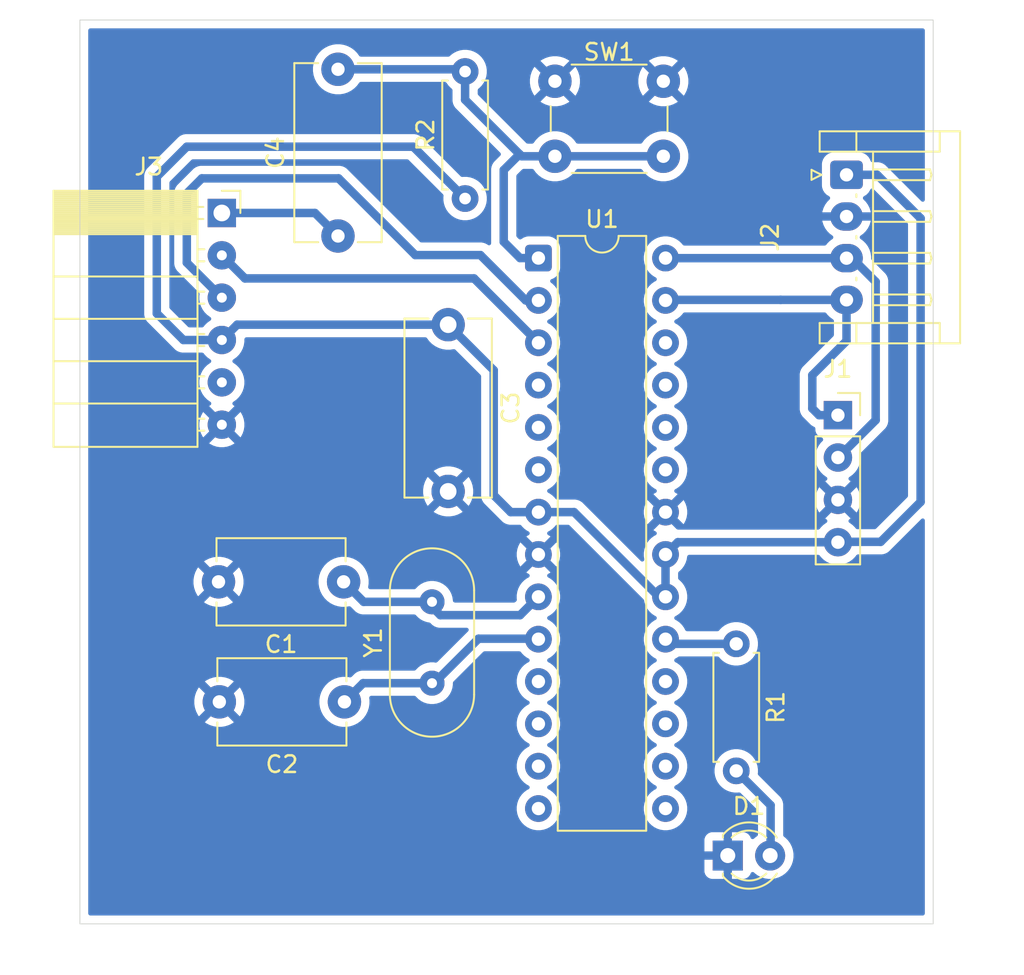
<source format=kicad_pcb>
(kicad_pcb (version 20241229) (generator "pcbnew") (generator_version "9.0")
  (layers (0 "F.Cu" signal) (2 "B.Cu" signal) (13 "F.Paste" user) (15 "B.Paste" user) (5 "F.SilkS" user "F.Silkscreen") (7 "B.SilkS" user "B.Silkscreen") (1 "F.Mask" user) (3 "B.Mask" user) (25 "Edge.Cuts" user))
  (net 0 "")
  (net 1 "XTAL1")
  (net 2 "XTAL2")
  (net 3 "V-")
  (net 4 "V+")
  (net 5 "Net-(J3-Pin_1)")
  (net 6 "RST")
  (net 7 "Net-(D1-A)")
  (net 8 "SCL")
  (net 9 "SDA")
  (net 11 "Rx")
  (net 12 "Tx")
  (net 13 "Lbuilt")
  (footprint "LED_THT:LED_D3.0mm" (layer "F.Cu") (at 141.732 109.22)
    (property "Reference" "D1" (at 1.27 -2.96 0) (layer "F.SilkS"))
    (property "Value" "LED")
    (fp_line (start -0.29 -1.236) (end -0.29 -1.08) (stroke (width 0.12)) (layer "F.SilkS"))
    (fp_line (start -0.29 1.08) (end -0.29 1.236) (stroke (width 0.12)) (layer "F.SilkS"))
    (fp_arc (start -0.29 -1.235516) (mid 1.365624 -1.987701) (end 2.941397 -1.080061) (stroke (width 0.12)) (layer "F.SilkS"))
    (fp_arc (start 0.229039 -1.08) (mid 1.269964 -1.5) (end 2.31091 -1.080049) (stroke (width 0.12)) (layer "F.SilkS"))
    (fp_arc (start 2.31091 1.080049) (mid 1.269964 1.5) (end 0.229039 1.08) (stroke (width 0.12)) (layer "F.SilkS"))
    (fp_arc (start 2.941397 1.080061) (mid 1.365624 1.987701) (end -0.29 1.235516) (stroke (width 0.12)) (layer "F.SilkS"))
    (pad "1" thru_hole rect (at 0 0) (size 1.8 1.8) (drill 0.9) (layers "*.Cu" "*.Mask") (net 3 "V-"))
    (pad "2" thru_hole circle (at 2.54 0) (size 1.8 1.8) (drill 0.9) (layers "*.Cu" "*.Mask") (net 7 "Net-(D1-A)"))
  )
  (footprint "Connector_JST:JST_EH_S4B-EH_1x04_P2.50mm_Horizontal" (layer "F.Cu") (at 148.8515 68.386 -90)
    (property "Reference" "J2" (at 3.75 4.5795 90) (layer "F.SilkS"))
    (property "Value" "I2C_connector")
    (fp_line (start -0.3 2.1) (end 0.3 2.1) (stroke (width 0.12)) (layer "F.SilkS"))
    (fp_line (start 0.3 2.1) (end 0 1.5) (stroke (width 0.12)) (layer "F.SilkS"))
    (fp_line (start -2.61 1.61) (end -2.61 -6.81) (stroke (width 0.12)) (layer "F.SilkS"))
    (fp_line (start -1.39 1.61) (end -2.61 1.61) (stroke (width 0.12)) (layer "F.SilkS"))
    (fp_line (start 8.89 1.61) (end 8.89 -0.59) (stroke (width 0.12)) (layer "F.SilkS"))
    (fp_line (start 10.11 1.61) (end 8.89 1.61) (stroke (width 0.12)) (layer "F.SilkS"))
    (fp_line (start 0 1.5) (end -0.3 2.1) (stroke (width 0.12)) (layer "F.SilkS"))
    (fp_line (start -1.39 -0.59) (end -1.39 1.61) (stroke (width 0.12)) (layer "F.SilkS"))
    (fp_line (start -1.39 -0.59) (end -2.61 -0.59) (stroke (width 0.12)) (layer "F.SilkS"))
    (fp_line (start 1.17 -0.59) (end 1.33 -0.59) (stroke (width 0.12)) (layer "F.SilkS"))
    (fp_line (start 3.67 -0.59) (end 3.83 -0.59) (stroke (width 0.12)) (layer "F.SilkS"))
    (fp_line (start 6.17 -0.59) (end 6.33 -0.59) (stroke (width 0.12)) (layer "F.SilkS"))
    (fp_line (start 8.89 -0.59) (end 10.11 -0.59) (stroke (width 0.12)) (layer "F.SilkS"))
    (fp_line (start -1.39 -1.59) (end 8.89 -1.59) (stroke (width 0.12)) (layer "F.SilkS"))
    (fp_line (start -0.32 -1.59) (end -0.32 -5.01) (stroke (width 0.12)) (layer "F.SilkS"))
    (fp_line (start 0 -1.59) (end -0.32 -1.59) (stroke (width 0.12)) (layer "F.SilkS"))
    (fp_line (start 0.32 -1.59) (end 0 -1.59) (stroke (width 0.12)) (layer "F.SilkS"))
    (fp_line (start 2.18 -1.59) (end 2.18 -5.01) (stroke (width 0.12)) (layer "F.SilkS"))
    (fp_line (start 2.5 -1.59) (end 2.18 -1.59) (stroke (width 0.12)) (layer "F.SilkS"))
    (fp_line (start 2.82 -1.59) (end 2.5 -1.59) (stroke (width 0.12)) (layer "F.SilkS"))
    (fp_line (start 4.68 -1.59) (end 4.68 -5.01) (stroke (width 0.12)) (layer "F.SilkS"))
    (fp_line (start 5 -1.59) (end 4.68 -1.59) (stroke (width 0.12)) (layer "F.SilkS"))
    (fp_line (start 5.32 -1.59) (end 5 -1.59) (stroke (width 0.12)) (layer "F.SilkS"))
    (fp_line (start 7.18 -1.59) (end 7.18 -5.01) (stroke (width 0.12)) (layer "F.SilkS"))
    (fp_line (start 7.5 -1.59) (end 7.18 -1.59) (stroke (width 0.12)) (layer "F.SilkS"))
    (fp_line (start 7.82 -1.59) (end 7.5 -1.59) (stroke (width 0.12)) (layer "F.SilkS"))
    (fp_line (start -0.32 -5.01) (end 0 -5.09) (stroke (width 0.12)) (layer "F.SilkS"))
    (fp_line (start 0.32 -5.01) (end 0.32 -1.59) (stroke (width 0.12)) (layer "F.SilkS"))
    (fp_line (start 2.18 -5.01) (end 2.5 -5.09) (stroke (width 0.12)) (layer "F.SilkS"))
    (fp_line (start 2.82 -5.01) (end 2.82 -1.59) (stroke (width 0.12)) (layer "F.SilkS"))
    (fp_line (start 4.68 -5.01) (end 5 -5.09) (stroke (width 0.12)) (layer "F.SilkS"))
    (fp_line (start 5.32 -5.01) (end 5.32 -1.59) (stroke (width 0.12)) (layer "F.SilkS"))
    (fp_line (start 7.18 -5.01) (end 7.5 -5.09) (stroke (width 0.12)) (layer "F.SilkS"))
    (fp_line (start 7.82 -5.01) (end 7.82 -1.59) (stroke (width 0.12)) (layer "F.SilkS"))
    (fp_line (start 0 -5.09) (end 0.32 -5.01) (stroke (width 0.12)) (layer "F.SilkS"))
    (fp_line (start 2.5 -5.09) (end 2.82 -5.01) (stroke (width 0.12)) (layer "F.SilkS"))
    (fp_line (start 5 -5.09) (end 5.32 -5.01) (stroke (width 0.12)) (layer "F.SilkS"))
    (fp_line (start 7.5 -5.09) (end 7.82 -5.01) (stroke (width 0.12)) (layer "F.SilkS"))
    (fp_line (start -2.61 -5.59) (end -1.39 -5.59) (stroke (width 0.12)) (layer "F.SilkS"))
    (fp_line (start -1.39 -5.59) (end -1.39 -0.59) (stroke (width 0.12)) (layer "F.SilkS"))
    (fp_line (start 8.89 -5.59) (end 8.89 -0.59) (stroke (width 0.12)) (layer "F.SilkS"))
    (fp_line (start 10.11 -5.59) (end 8.89 -5.59) (stroke (width 0.12)) (layer "F.SilkS"))
    (fp_line (start -2.61 -6.81) (end 10.11 -6.81) (stroke (width 0.12)) (layer "F.SilkS"))
    (fp_line (start 10.11 -6.81) (end 10.11 1.61) (stroke (width 0.12)) (layer "F.SilkS"))
    (pad "1" thru_hole roundrect (at 0 0 270) (size 1.7 1.95) (drill 0.8) (layers "*.Cu" "*.Mask") (roundrect_rratio 0.147059) (net 4 "V+"))
    (pad "2" thru_hole oval (at 2.5 0 270) (size 1.7 1.95) (drill 0.8) (layers "*.Cu" "*.Mask") (net 3 "V-"))
    (pad "3" thru_hole oval (at 5 0 270) (size 1.7 1.95) (drill 0.8) (layers "*.Cu" "*.Mask") (net 8 "SCL"))
    (pad "4" thru_hole oval (at 7.5 0 270) (size 1.7 1.95) (drill 0.8) (layers "*.Cu" "*.Mask") (net 9 "SDA"))
  )
  (footprint "Capacitor_THT:C_Disc_D10.5mm_W5.0mm_P10.00mm" (layer "F.Cu") (at 118.364 72.056 90)
    (property "Reference" "C4" (at 5 -3.75 90) (layer "F.SilkS"))
    (property "Value" "100nF")
    (fp_line (start 10.37 -2.62) (end 10.37 -1.184) (stroke (width 0.12)) (layer "F.SilkS"))
    (fp_line (start -0.37 -2.62) (end 10.37 -2.62) (stroke (width 0.12)) (layer "F.SilkS"))
    (fp_line (start -0.37 -2.62) (end -0.37 -1.184) (stroke (width 0.12)) (layer "F.SilkS"))
    (fp_line (start 10.37 1.184) (end 10.37 2.62) (stroke (width 0.12)) (layer "F.SilkS"))
    (fp_line (start -0.37 1.184) (end -0.37 2.62) (stroke (width 0.12)) (layer "F.SilkS"))
    (fp_line (start -0.37 2.62) (end 10.37 2.62) (stroke (width 0.12)) (layer "F.SilkS"))
    (pad "1" thru_hole circle (at 0 0 90) (size 2 2) (drill 0.8) (layers "*.Cu" "*.Mask") (net 5 "Net-(J3-Pin_1)"))
    (pad "2" thru_hole circle (at 10 0 90) (size 2 2) (drill 0.8) (layers "*.Cu" "*.Mask") (net 6 "RST"))
  )
  (footprint "Connector_PinSocket_2.54mm:PinSocket_1x04_P2.54mm_Vertical" (layer "F.Cu") (at 148.336 82.804)
    (property "Reference" "J1" (at 0 -2.77 0) (layer "F.SilkS"))
    (property "Value" "MPU_connector")
    (fp_line (start -1.33 1.27) (end -1.33 8.95) (stroke (width 0.12)) (layer "F.SilkS"))
    (fp_line (start -1.33 1.27) (end 1.33 1.27) (stroke (width 0.12)) (layer "F.SilkS"))
    (fp_line (start -1.33 8.95) (end 1.33 8.95) (stroke (width 0.12)) (layer "F.SilkS"))
    (fp_line (start 0 -1.33) (end 1.33 -1.33) (stroke (width 0.12)) (layer "F.SilkS"))
    (fp_line (start 1.33 -1.33) (end 1.33 0) (stroke (width 0.12)) (layer "F.SilkS"))
    (fp_line (start 1.33 1.27) (end 1.33 8.95) (stroke (width 0.12)) (layer "F.SilkS"))
    (pad "1" thru_hole rect (at 0 0) (size 1.7 1.7) (drill 0.8) (layers "*.Cu" "*.Mask") (net 9 "SDA"))
    (pad "2" thru_hole circle (at 0 2.54) (size 1.7 1.7) (drill 0.8) (layers "*.Cu" "*.Mask") (net 8 "SCL"))
    (pad "3" thru_hole circle (at 0 5.08) (size 1.7 1.7) (drill 0.8) (layers "*.Cu" "*.Mask") (net 3 "V-"))
    (pad "4" thru_hole circle (at 0 7.62) (size 1.7 1.7) (drill 0.8) (layers "*.Cu" "*.Mask") (net 4 "V+"))
  )
  (footprint "Capacitor_THT:C_Disc_D7.5mm_W5.0mm_P7.50mm" (layer "F.Cu") (at 118.75 100 180)
    (property "Reference" "C2" (at 3.75 -3.75 0) (layer "F.SilkS"))
    (property "Value" "22pF")
    (fp_line (start 7.62 1.234) (end 7.62 2.62) (stroke (width 0.12)) (layer "F.SilkS"))
    (fp_line (start 7.62 -2.62) (end 7.62 -1.234) (stroke (width 0.12)) (layer "F.SilkS"))
    (fp_line (start -0.12 2.62) (end 7.62 2.62) (stroke (width 0.12)) (layer "F.SilkS"))
    (fp_line (start -0.12 1.234) (end -0.12 2.62) (stroke (width 0.12)) (layer "F.SilkS"))
    (fp_line (start -0.12 -2.62) (end 7.62 -2.62) (stroke (width 0.12)) (layer "F.SilkS"))
    (fp_line (start -0.12 -2.62) (end -0.12 -1.234) (stroke (width 0.12)) (layer "F.SilkS"))
    (pad "1" thru_hole circle (at 0 0 180) (size 2 2) (drill 0.8) (layers "*.Cu" "*.Mask") (net 2 "XTAL2"))
    (pad "2" thru_hole circle (at 7.5 0 180) (size 2 2) (drill 0.8) (layers "*.Cu" "*.Mask") (net 3 "V-"))
  )
  (footprint "Capacitor_THT:C_Disc_D7.5mm_W5.0mm_P7.50mm" (layer "F.Cu") (at 118.7 92.8 180)
    (property "Reference" "C1" (at 3.75 -3.75 0) (layer "F.SilkS"))
    (property "Value" "22pF")
    (fp_line (start 7.62 1.234) (end 7.62 2.62) (stroke (width 0.12)) (layer "F.SilkS"))
    (fp_line (start 7.62 -2.62) (end 7.62 -1.234) (stroke (width 0.12)) (layer "F.SilkS"))
    (fp_line (start -0.12 2.62) (end 7.62 2.62) (stroke (width 0.12)) (layer "F.SilkS"))
    (fp_line (start -0.12 1.234) (end -0.12 2.62) (stroke (width 0.12)) (layer "F.SilkS"))
    (fp_line (start -0.12 -2.62) (end 7.62 -2.62) (stroke (width 0.12)) (layer "F.SilkS"))
    (fp_line (start -0.12 -2.62) (end -0.12 -1.234) (stroke (width 0.12)) (layer "F.SilkS"))
    (pad "1" thru_hole circle (at 0 0 180) (size 2 2) (drill 0.8) (layers "*.Cu" "*.Mask") (net 1 "XTAL1"))
    (pad "2" thru_hole circle (at 7.5 0 180) (size 2 2) (drill 0.8) (layers "*.Cu" "*.Mask") (net 3 "V-"))
  )
  (footprint "Resistor_THT:R_Axial_DIN0207_L6.3mm_D2.5mm_P7.62mm_Horizontal" (layer "F.Cu") (at 142.24 96.52 -90)
    (property "Reference" "R1" (at 3.81 -2.37 90) (layer "F.SilkS"))
    (property "Value" "R")
    (fp_line (start 0.54 1.37) (end 7.08 1.37) (stroke (width 0.12)) (layer "F.SilkS"))
    (fp_line (start 7.08 1.37) (end 7.08 1.04) (stroke (width 0.12)) (layer "F.SilkS"))
    (fp_line (start 0.54 1.04) (end 0.54 1.37) (stroke (width 0.12)) (layer "F.SilkS"))
    (fp_line (start 0.54 -1.04) (end 0.54 -1.37) (stroke (width 0.12)) (layer "F.SilkS"))
    (fp_line (start 0.54 -1.37) (end 7.08 -1.37) (stroke (width 0.12)) (layer "F.SilkS"))
    (fp_line (start 7.08 -1.37) (end 7.08 -1.04) (stroke (width 0.12)) (layer "F.SilkS"))
    (pad "1" thru_hole circle (at 0 0 270) (size 1.6 1.6) (drill 0.8) (layers "*.Cu" "*.Mask") (net 13 "Lbuilt"))
    (pad "2" thru_hole oval (at 7.62 0 270) (size 1.6 1.6) (drill 0.8) (layers "*.Cu" "*.Mask") (net 7 "Net-(D1-A)"))
  )
  (footprint "Resistor_THT:R_Axial_DIN0207_L6.3mm_D2.5mm_P7.62mm_Horizontal" (layer "F.Cu") (at 125.984 69.81 90)
    (property "Reference" "R2" (at 3.81 -2.37 90) (layer "F.SilkS"))
    (property "Value" "10k")
    (fp_line (start 7.08 -1.37) (end 7.08 -1.04) (stroke (width 0.12)) (layer "F.SilkS"))
    (fp_line (start 0.54 -1.37) (end 7.08 -1.37) (stroke (width 0.12)) (layer "F.SilkS"))
    (fp_line (start 0.54 -1.04) (end 0.54 -1.37) (stroke (width 0.12)) (layer "F.SilkS"))
    (fp_line (start 0.54 1.04) (end 0.54 1.37) (stroke (width 0.12)) (layer "F.SilkS"))
    (fp_line (start 7.08 1.37) (end 7.08 1.04) (stroke (width 0.12)) (layer "F.SilkS"))
    (fp_line (start 0.54 1.37) (end 7.08 1.37) (stroke (width 0.12)) (layer "F.SilkS"))
    (pad "1" thru_hole circle (at 0 0 90) (size 1.6 1.6) (drill 0.7) (layers "*.Cu" "*.Mask") (net 4 "V+"))
    (pad "2" thru_hole oval (at 7.62 0 90) (size 1.6 1.6) (drill 0.7) (layers "*.Cu" "*.Mask") (net 6 "RST"))
  )
  (footprint "Button_Switch_THT:SW_PUSH_6mm" (layer "F.Cu") (at 131.37 62.774)
    (property "Reference" "SW1" (at 3.25 -1.75 0) (layer "F.SilkS"))
    (property "Value" "SW_Push")
    (fp_line (start -0.25 1.5) (end -0.25 3) (stroke (width 0.12)) (layer "F.SilkS"))
    (fp_line (start 1 5.5) (end 5.5 5.5) (stroke (width 0.12)) (layer "F.SilkS"))
    (fp_line (start 5.5 -1) (end 1 -1) (stroke (width 0.12)) (layer "F.SilkS"))
    (fp_line (start 6.75 3) (end 6.75 1.5) (stroke (width 0.12)) (layer "F.SilkS"))
    (pad "1" thru_hole circle (at 0 0 90) (size 2 2) (drill 0.8) (layers "*.Cu" "*.Mask") (net 3 "V-"))
    (pad "1" thru_hole circle (at 6.5 0 90) (size 2 2) (drill 0.8) (layers "*.Cu" "*.Mask") (net 3 "V-"))
    (pad "2" thru_hole circle (at 0 4.5 90) (size 2 2) (drill 0.8) (layers "*.Cu" "*.Mask") (net 6 "RST"))
    (pad "2" thru_hole circle (at 6.5 4.5 90) (size 2 2) (drill 0.8) (layers "*.Cu" "*.Mask") (net 6 "RST"))
  )
  (footprint "Package_DIP:DIP-28_W7.62mm" (layer "F.Cu") (at 130.38 73.38)
    (property "Reference" "U1" (at 3.81 -2.33 0) (layer "F.SilkS"))
    (property "Value" "ATmega328-P")
    (fp_line (start 1.16 -1.33) (end 1.16 34.35) (stroke (width 0.12)) (layer "F.SilkS"))
    (fp_line (start 1.16 34.35) (end 6.46 34.35) (stroke (width 0.12)) (layer "F.SilkS"))
    (fp_line (start 2.81 -1.33) (end 1.16 -1.33) (stroke (width 0.12)) (layer "F.SilkS"))
    (fp_line (start 6.46 -1.33) (end 4.81 -1.33) (stroke (width 0.12)) (layer "F.SilkS"))
    (fp_line (start 6.46 34.35) (end 6.46 -1.33) (stroke (width 0.12)) (layer "F.SilkS"))
    (fp_arc (start 4.81 -1.33) (mid 3.81 -0.33) (end 2.81 -1.33) (stroke (width 0.12)) (layer "F.SilkS"))
    (pad "1" thru_hole roundrect (at 0 0) (size 1.6 1.6) (drill 0.8) (layers "*.Cu" "*.Mask") (roundrect_rratio 0.15625) (net 6 "RST"))
    (pad "2" thru_hole circle (at 0 2.54) (size 1.6 1.6) (drill 0.8) (layers "*.Cu" "*.Mask") (net 12 "Tx"))
    (pad "3" thru_hole circle (at 0 5.08) (size 1.6 1.6) (drill 0.8) (layers "*.Cu" "*.Mask") (net 11 "Rx"))
    (pad "4" thru_hole circle (at 0 7.62) (size 1.6 1.6) (drill 0.8) (layers "*.Cu" "*.Mask"))
    (pad "5" thru_hole circle (at 0 10.16) (size 1.6 1.6) (drill 0.8) (layers "*.Cu" "*.Mask"))
    (pad "6" thru_hole circle (at 0 12.7) (size 1.6 1.6) (drill 0.8) (layers "*.Cu" "*.Mask"))
    (pad "7" thru_hole circle (at 0 15.24) (size 1.6 1.6) (drill 0.8) (layers "*.Cu" "*.Mask") (net 4 "V+"))
    (pad "8" thru_hole circle (at 0 17.78) (size 1.6 1.6) (drill 0.8) (layers "*.Cu" "*.Mask") (net 3 "V-"))
    (pad "9" thru_hole circle (at 0 20.32) (size 1.6 1.6) (drill 0.8) (layers "*.Cu" "*.Mask") (net 1 "XTAL1"))
    (pad "10" thru_hole circle (at 0 22.86) (size 1.6 1.6) (drill 0.8) (layers "*.Cu" "*.Mask") (net 2 "XTAL2"))
    (pad "11" thru_hole circle (at 0 25.4) (size 1.6 1.6) (drill 0.8) (layers "*.Cu" "*.Mask"))
    (pad "12" thru_hole circle (at 0 27.94) (size 1.6 1.6) (drill 0.8) (layers "*.Cu" "*.Mask"))
    (pad "13" thru_hole circle (at 0 30.48) (size 1.6 1.6) (drill 0.8) (layers "*.Cu" "*.Mask"))
    (pad "14" thru_hole circle (at 0 33.02) (size 1.6 1.6) (drill 0.8) (layers "*.Cu" "*.Mask"))
    (pad "15" thru_hole circle (at 7.62 33.02) (size 1.6 1.6) (drill 0.8) (layers "*.Cu" "*.Mask"))
    (pad "16" thru_hole circle (at 7.62 30.48) (size 1.6 1.6) (drill 0.8) (layers "*.Cu" "*.Mask"))
    (pad "17" thru_hole circle (at 7.62 27.94) (size 1.6 1.6) (drill 0.8) (layers "*.Cu" "*.Mask"))
    (pad "18" thru_hole circle (at 7.62 25.4) (size 1.6 1.6) (drill 0.8) (layers "*.Cu" "*.Mask"))
    (pad "19" thru_hole circle (at 7.62 22.86) (size 1.6 1.6) (drill 0.8) (layers "*.Cu" "*.Mask") (net 13 "Lbuilt"))
    (pad "20" thru_hole circle (at 7.62 20.32) (size 1.6 1.6) (drill 0.8) (layers "*.Cu" "*.Mask") (net 4 "V+"))
    (pad "21" thru_hole circle (at 7.62 17.78) (size 1.6 1.6) (drill 0.8) (layers "*.Cu" "*.Mask") (net 4 "V+"))
    (pad "22" thru_hole circle (at 7.62 15.24) (size 1.6 1.6) (drill 0.8) (layers "*.Cu" "*.Mask") (net 3 "V-"))
    (pad "23" thru_hole circle (at 7.62 12.7) (size 1.6 1.6) (drill 0.8) (layers "*.Cu" "*.Mask"))
    (pad "24" thru_hole circle (at 7.62 10.16) (size 1.6 1.6) (drill 0.8) (layers "*.Cu" "*.Mask"))
    (pad "25" thru_hole circle (at 7.62 7.62) (size 1.6 1.6) (drill 0.8) (layers "*.Cu" "*.Mask"))
    (pad "26" thru_hole circle (at 7.62 5.08) (size 1.6 1.6) (drill 0.8) (layers "*.Cu" "*.Mask"))
    (pad "27" thru_hole circle (at 7.62 2.54) (size 1.6 1.6) (drill 0.8) (layers "*.Cu" "*.Mask") (net 9 "SDA"))
    (pad "28" thru_hole circle (at 7.62 0) (size 1.6 1.6) (drill 0.8) (layers "*.Cu" "*.Mask") (net 8 "SCL"))
  )
  (footprint "Capacitor_THT:C_Disc_D10.5mm_W5.0mm_P10.00mm" (layer "F.Cu") (at 124.968 77.376 -90)
    (property "Reference" "C3" (at 5 -3.75 90) (layer "F.SilkS"))
    (property "Value" "100nF")
    (fp_line (start -0.37 2.62) (end 10.37 2.62) (stroke (width 0.12)) (layer "F.SilkS"))
    (fp_line (start -0.37 1.184) (end -0.37 2.62) (stroke (width 0.12)) (layer "F.SilkS"))
    (fp_line (start 10.37 1.184) (end 10.37 2.62) (stroke (width 0.12)) (layer "F.SilkS"))
    (fp_line (start -0.37 -2.62) (end -0.37 -1.184) (stroke (width 0.12)) (layer "F.SilkS"))
    (fp_line (start -0.37 -2.62) (end 10.37 -2.62) (stroke (width 0.12)) (layer "F.SilkS"))
    (fp_line (start 10.37 -2.62) (end 10.37 -1.184) (stroke (width 0.12)) (layer "F.SilkS"))
    (pad "1" thru_hole circle (at 0 0 270) (size 2 2) (drill 1) (layers "*.Cu" "*.Mask") (net 4 "V+"))
    (pad "2" thru_hole circle (at 10 0 270) (size 2 2) (drill 1) (layers "*.Cu" "*.Mask") (net 3 "V-"))
  )
  (footprint "Crystal:Crystal_HC49-U_Vertical" (layer "F.Cu") (at 124 98.88 90)
    (property "Reference" "Y1" (at 2.44 -3.525 90) (layer "F.SilkS"))
    (property "Value" "Crystal")
    (fp_line (start -0.685 -2.525) (end 5.565 -2.525) (stroke (width 0.12)) (layer "F.SilkS"))
    (fp_line (start -0.685 2.525) (end 5.565 2.525) (stroke (width 0.12)) (layer "F.SilkS"))
    (fp_arc (start 5.565 -2.525) (mid 8.09 0) (end 5.565 2.525) (stroke (width 0.12)) (layer "F.SilkS"))
    (fp_arc (start -0.685 2.525) (mid -3.21 0) (end -0.685 -2.525) (stroke (width 0.12)) (layer "F.SilkS"))
    (pad "1" thru_hole circle (at 0 0 90) (size 1.5 1.5) (drill 0.6) (layers "*.Cu" "*.Mask") (net 2 "XTAL2"))
    (pad "2" thru_hole circle (at 4.88 0 90) (size 1.5 1.5) (drill 0.6) (layers "*.Cu" "*.Mask") (net 1 "XTAL1"))
  )
  (footprint "Connector_PinSocket_2.54mm:PinSocket_1x06_P2.54mm_Horizontal" (layer "F.Cu") (at 111.4 70.675)
    (property "Reference" "J3" (at -4.38 -2.77 0) (layer "F.SilkS"))
    (property "Value" "Prog_connector")
    (fp_line (start -10.09 -1.33) (end -10.09 14.03) (stroke (width 0.12)) (layer "F.SilkS"))
    (fp_line (start -10.09 -1.33) (end -1.46 -1.33) (stroke (width 0.12)) (layer "F.SilkS"))
    (fp_line (start -10.09 -1.21) (end -1.46 -1.21) (stroke (width 0.12)) (layer "F.SilkS"))
    (fp_line (start -10.09 -1.091905) (end -1.46 -1.091905) (stroke (width 0.12)) (layer "F.SilkS"))
    (fp_line (start -10.09 -0.97381) (end -1.46 -0.97381) (stroke (width 0.12)) (layer "F.SilkS"))
    (fp_line (start -10.09 -0.855715) (end -1.46 -0.855715) (stroke (width 0.12)) (layer "F.SilkS"))
    (fp_line (start -10.09 -0.73762) (end -1.46 -0.73762) (stroke (width 0.12)) (layer "F.SilkS"))
    (fp_line (start -10.09 -0.619525) (end -1.46 -0.619525) (stroke (width 0.12)) (layer "F.SilkS"))
    (fp_line (start -10.09 -0.50143) (end -1.46 -0.50143) (stroke (width 0.12)) (layer "F.SilkS"))
    (fp_line (start -10.09 -0.383335) (end -1.46 -0.383335) (stroke (width 0.12)) (layer "F.SilkS"))
    (fp_line (start -10.09 -0.26524) (end -1.46 -0.26524) (stroke (width 0.12)) (layer "F.SilkS"))
    (fp_line (start -10.09 -0.147145) (end -1.46 -0.147145) (stroke (width 0.12)) (layer "F.SilkS"))
    (fp_line (start -10.09 -0.02905) (end -1.46 -0.02905) (stroke (width 0.12)) (layer "F.SilkS"))
    (fp_line (start -10.09 0.089045) (end -1.46 0.089045) (stroke (width 0.12)) (layer "F.SilkS"))
    (fp_line (start -10.09 0.20714) (end -1.46 0.20714) (stroke (width 0.12)) (layer "F.SilkS"))
    (fp_line (start -10.09 0.325235) (end -1.46 0.325235) (stroke (width 0.12)) (layer "F.SilkS"))
    (fp_line (start -10.09 0.44333) (end -1.46 0.44333) (stroke (width 0.12)) (layer "F.SilkS"))
    (fp_line (start -10.09 0.561425) (end -1.46 0.561425) (stroke (width 0.12)) (layer "F.SilkS"))
    (fp_line (start -10.09 0.67952) (end -1.46 0.67952) (stroke (width 0.12)) (layer "F.SilkS"))
    (fp_line (start -10.09 0.797615) (end -1.46 0.797615) (stroke (width 0.12)) (layer "F.SilkS"))
    (fp_line (start -10.09 0.91571) (end -1.46 0.91571) (stroke (width 0.12)) (layer "F.SilkS"))
    (fp_line (start -10.09 1.033805) (end -1.46 1.033805) (stroke (width 0.12)) (layer "F.SilkS"))
    (fp_line (start -10.09 1.1519) (end -1.46 1.1519) (stroke (width 0.12)) (layer "F.SilkS"))
    (fp_line (start -10.09 1.27) (end -1.46 1.27) (stroke (width 0.12)) (layer "F.SilkS"))
    (fp_line (start -10.09 3.81) (end -1.46 3.81) (stroke (width 0.12)) (layer "F.SilkS"))
    (fp_line (start -10.09 6.35) (end -1.46 6.35) (stroke (width 0.12)) (layer "F.SilkS"))
    (fp_line (start -10.09 8.89) (end -1.46 8.89) (stroke (width 0.12)) (layer "F.SilkS"))
    (fp_line (start -10.09 11.43) (end -1.46 11.43) (stroke (width 0.12)) (layer "F.SilkS"))
    (fp_line (start -10.09 14.03) (end -1.46 14.03) (stroke (width 0.12)) (layer "F.SilkS"))
    (fp_line (start -1.46 -1.33) (end -1.46 14.03) (stroke (width 0.12)) (layer "F.SilkS"))
    (fp_line (start -1.46 -0.36) (end -1.11 -0.36) (stroke (width 0.12)) (layer "F.SilkS"))
    (fp_line (start -1.46 0.36) (end -1.11 0.36) (stroke (width 0.12)) (layer "F.SilkS"))
    (fp_line (start -1.46 2.18) (end -1.05 2.18) (stroke (width 0.12)) (layer "F.SilkS"))
    (fp_line (start -1.46 2.9) (end -1.05 2.9) (stroke (width 0.12)) (layer "F.SilkS"))
    (fp_line (start -1.46 4.72) (end -1.05 4.72) (stroke (width 0.12)) (layer "F.SilkS"))
    (fp_line (start -1.46 5.44) (end -1.05 5.44) (stroke (width 0.12)) (layer "F.SilkS"))
    (fp_line (start -1.46 7.26) (end -1.05 7.26) (stroke (width 0.12)) (layer "F.SilkS"))
    (fp_line (start -1.46 7.98) (end -1.05 7.98) (stroke (width 0.12)) (layer "F.SilkS"))
    (fp_line (start -1.46 9.8) (end -1.05 9.8) (stroke (width 0.12)) (layer "F.SilkS"))
    (fp_line (start -1.46 10.52) (end -1.05 10.52) (stroke (width 0.12)) (layer "F.SilkS"))
    (fp_line (start -1.46 12.34) (end -1.05 12.34) (stroke (width 0.12)) (layer "F.SilkS"))
    (fp_line (start -1.46 13.06) (end -1.05 13.06) (stroke (width 0.12)) (layer "F.SilkS"))
    (fp_line (start 0 -1.33) (end 1.11 -1.33) (stroke (width 0.12)) (layer "F.SilkS"))
    (fp_line (start 1.11 -1.33) (end 1.11 0) (stroke (width 0.12)) (layer "F.SilkS"))
    (pad "1" thru_hole rect (at 0 0) (size 1.7 1.7) (drill 1) (layers "*.Cu" "*.Mask") (net 5 "Net-(J3-Pin_1)"))
    (pad "2" thru_hole circle (at 0 2.54) (size 1.7 1.7) (drill 0.6) (layers "*.Cu" "*.Mask") (net 11 "Rx"))
    (pad "3" thru_hole circle (at 0 5.08) (size 1.7 1.7) (drill 0.6) (layers "*.Cu" "*.Mask") (net 12 "Tx"))
    (pad "4" thru_hole circle (at 0 7.62) (size 1.7 1.7) (drill 0.6) (layers "*.Cu" "*.Mask") (net 4 "V+"))
    (pad "5" thru_hole circle (at 0 10.16) (size 1.7 1.7) (drill 0.6) (layers "*.Cu" "*.Mask"))
    (pad "6" thru_hole circle (at 0 12.7) (size 1.7 1.7) (drill 0.6) (layers "*.Cu" "*.Mask") (net 3 "V-"))
  )
  (gr_rect (start 102.889 59.1) (end 154.048 113.316) (stroke (width 0.05)) (fill no) (layer "Edge.Cuts"))
  (segment (start 124 94.3) (end 124.5 94.8) (width 0.508) (layer "B.Cu") (net 1))
  (segment (start 124.5 94.8) (end 129.28 94.8) (width 0.508) (layer "B.Cu") (net 1))
  (segment (start 129.28 94.8) (end 130.38 93.7) (width 0.508) (layer "B.Cu") (net 1))
  (segment (start 118.7 92.8) (end 119.9 94) (width 0.508) (layer "B.Cu") (net 1))
  (segment (start 124 94) (end 124 94.3) (width 0.508) (layer "B.Cu") (net 1))
  (segment (start 119.9 94) (end 124 94) (width 0.508) (layer "B.Cu") (net 1))
  (segment (start 130.34 96.2) (end 130.38 96.24) (width 0.508) (layer "B.Cu") (net 2))
  (segment (start 119.87 98.88) (end 124 98.88) (width 0.508) (layer "B.Cu") (net 2))
  (segment (start 123.988412 98.891588) (end 124.108412 98.891588) (width 0.508) (layer "B.Cu") (net 2))
  (segment (start 126.788412 96.211588) (end 130.328412 96.211588) (width 0.508) (layer "B.Cu") (net 2))
  (segment (start 118.75 100) (end 119.87 98.88) (width 0.508) (layer "B.Cu") (net 2))
  (segment (start 124.108412 98.891588) (end 126.788412 96.211588) (width 0.508) (layer "B.Cu") (net 2))
  (segment (start 107.5 76.7) (end 107.5 68.5) (width 0.508) (layer "B.Cu") (net 4))
  (segment (start 111.4 78.295) (end 112.319 77.376) (width 0.508) (layer "B.Cu") (net 4))
  (segment (start 150.686 68.386) (end 153.293 70.993) (width 0.508) (layer "B.Cu") (net 4))
  (segment (start 132.52 88.62) (end 137.6 93.7) (width 0.508) (layer "B.Cu") (net 4))
  (segment (start 111.4 78.295) (end 109.095 78.295) (width 0.508) (layer "B.Cu") (net 4))
  (segment (start 122.874 66.7) (end 125.984 69.81) (width 0.508) (layer "B.Cu") (net 4))
  (segment (start 107.5 68.5) (end 109.3 66.7) (width 0.508) (layer "B.Cu") (net 4))
  (segment (start 148.336 90.424) (end 138.736 90.424) (width 0.508) (layer "B.Cu") (net 4))
  (segment (start 148.8515 68.386) (end 150.686 68.386) (width 0.508) (layer "B.Cu") (net 4))
  (segment (start 138.736 90.424) (end 138 91.16) (width 0.508) (layer "B.Cu") (net 4))
  (segment (start 112.319 77.376) (end 124.968 77.376) (width 0.508) (layer "B.Cu") (net 4))
  (segment (start 109.3 66.7) (end 122.874 66.7) (width 0.508) (layer "B.Cu") (net 4))
  (segment (start 127.7 87.6) (end 128.72 88.62) (width 0.508) (layer "B.Cu") (net 4))
  (segment (start 127.7 80.108) (end 127.7 87.6) (width 0.508) (layer "B.Cu") (net 4))
  (segment (start 153.293 88.007) (end 150.9 90.4) (width 0.508) (layer "B.Cu") (net 4))
  (segment (start 109.095 78.295) (end 107.5 76.7) (width 0.508) (layer "B.Cu") (net 4))
  (segment (start 130.38 88.62) (end 132.52 88.62) (width 0.508) (layer "B.Cu") (net 4))
  (segment (start 153.293 70.993) (end 153.293 88.007) (width 0.508) (layer "B.Cu") (net 4))
  (segment (start 137.6 93.7) (end 138 93.7) (width 0.508) (layer "B.Cu") (net 4))
  (segment (start 150.9 90.4) (end 148.36 90.4) (width 0.508) (layer "B.Cu") (net 4))
  (segment (start 138 93.7) (end 138 91.16) (width 0.508) (layer "B.Cu") (net 4))
  (segment (start 124.968 77.376) (end 127.7 80.108) (width 0.508) (layer "B.Cu") (net 4))
  (segment (start 148.36 90.4) (end 148.336 90.424) (width 0.508) (layer "B.Cu") (net 4))
  (segment (start 128.72 88.62) (end 130.38 88.62) (width 0.508) (layer "B.Cu") (net 4))
  (segment (start 111.4 70.675) (end 116.983 70.675) (width 0.508) (layer "B.Cu") (net 5))
  (segment (start 116.983 70.675) (end 118.364 72.056) (width 0.508) (layer "B.Cu") (net 5))
  (segment (start 125.85 62.056) (end 125.984 62.19) (width 0.508) (layer "B.Cu") (net 6))
  (segment (start 129.25 67.15) (end 125.984 63.884) (width 0.508) (layer "B.Cu") (net 6))
  (segment (start 131.344 67.3) (end 131.37 67.274) (width 1.016) (layer "B.Cu") (net 6))
  (segment (start 131.37 67.274) (end 129.374 67.274) (width 0.508) (layer "B.Cu") (net 6))
  (segment (start 129.28 73.38) (end 128.3 72.4) (width 0.508) (layer "B.Cu") (net 6))
  (segment (start 128.3 68.1) (end 129.25 67.15) (width 0.508) (layer "B.Cu") (net 6))
  (segment (start 128.3 72.4) (end 128.3 68.1) (width 0.508) (layer "B.Cu") (net 6))
  (segment (start 129.374 67.274) (end 129.25 67.15) (width 0.508) (layer "B.Cu") (net 6))
  (segment (start 125.984 63.884) (end 125.984 62.19) (width 0.508) (layer "B.Cu") (net 6))
  (segment (start 137.87 67.274) (end 131.37 67.274) (width 0.508) (layer "B.Cu") (net 6))
  (segment (start 130.38 73.38) (end 129.28 73.38) (width 0.508) (layer "B.Cu") (net 6))
  (segment (start 118.364 62.056) (end 125.85 62.056) (width 0.508) (layer "B.Cu") (net 6))
  (segment (start 144.3 109.192) (end 144.272 109.22) (width 0.508) (layer "B.Cu") (net 7))
  (segment (start 142.24 104.14) (end 144.3 106.2) (width 0.508) (layer "B.Cu") (net 7))
  (segment (start 144.3 106.2) (end 144.3 109.192) (width 0.508) (layer "B.Cu") (net 7))
  (segment (start 138.006 73.386) (end 138 73.38) (width 0.508) (layer "B.Cu") (net 8))
  (segment (start 148.356 85.344) (end 150.6 83.1) (width 0.508) (layer "B.Cu") (net 8))
  (segment (start 148.8515 73.386) (end 138.006 73.386) (width 0.508) (layer "B.Cu") (net 8))
  (segment (start 150.6 83.1) (end 150.6 74.8) (width 0.508) (layer "B.Cu") (net 8))
  (segment (start 148.336 85.344) (end 148.356 85.344) (width 0.508) (layer "B.Cu") (net 8))
  (segment (start 150.6 74.8) (end 149.186 73.386) (width 0.508) (layer "B.Cu") (net 8))
  (segment (start 149.186 73.386) (end 148.8515 73.386) (width 0.508) (layer "B.Cu") (net 8))
  (segment (start 147.204 82.804) (end 146.8 82.4) (width 0.508) (layer "B.Cu") (net 9))
  (segment (start 148.8515 75.886) (end 144.9 75.886) (width 0.508) (layer "B.Cu") (net 9))
  (segment (start 138.034 75.886) (end 138 75.92) (width 0.508) (layer "B.Cu") (net 9))
  (segment (start 148.336 82.804) (end 147.204 82.804) (width 0.508) (layer "B.Cu") (net 9))
  (segment (start 146.8 80.403) (end 148.8515 78.3515) (width 0.508) (layer "B.Cu") (net 9))
  (segment (start 146.8 82.4) (end 146.8 80.403) (width 0.508) (layer "B.Cu") (net 9))
  (segment (start 144.9 75.886) (end 138.034 75.886) (width 0.508) (layer "B.Cu") (net 9))
  (segment (start 148.8515 78.3515) (end 148.8515 75.886) (width 0.508) (layer "B.Cu") (net 9))
  (segment (start 111.4 73.215) (end 112.785 74.6) (width 0.508) (layer "B.Cu") (net 11))
  (segment (start 112.785 74.6) (end 126.52 74.6) (width 0.508) (layer "B.Cu") (net 11))
  (segment (start 126.52 74.6) (end 130.38 78.46) (width 0.508) (layer "B.Cu") (net 11))
  (segment (start 109.3 73.655) (end 109.3 69.5) (width 0.508) (layer "B.Cu") (net 12))
  (segment (start 111.4 75.755) (end 109.3 73.655) (width 0.508) (layer "B.Cu") (net 12))
  (segment (start 123 73.2) (end 126.9 73.2) (width 0.508) (layer "B.Cu") (net 12))
  (segment (start 110.2 68.6) (end 118.4 68.6) (width 0.508) (layer "B.Cu") (net 12))
  (segment (start 129.62 75.92) (end 130.38 75.92) (width 0.508) (layer "B.Cu") (net 12))
  (segment (start 118.4 68.6) (end 123 73.2) (width 0.508) (layer "B.Cu") (net 12))
  (segment (start 109.3 69.5) (end 110.2 68.6) (width 0.508) (layer "B.Cu") (net 12))
  (segment (start 126.9 73.2) (end 129.62 75.92) (width 0.508) (layer "B.Cu") (net 12))
  (segment (start 142.24 96.52) (end 138.28 96.52) (width 0.508) (layer "B.Cu") (net 13))
  (segment (start 138.28 96.52) (end 138 96.24) (width 0.508) (layer "B.Cu") (net 13))
  (zone (net 3) (net_name "V-") (layer "B.Cu") (connect_pads (clearance 0.5)) (min_thickness 0.25) (fill yes (thermal_gap 0.5) (thermal_bridge_width 0.5))
    (polygon (pts (xy 159.5 57.9) (xy 159.5 116.3) (xy 159.4 116.4) (xy 98.1 116.4) (xy 98.1 57.9)))
  )
)
</source>
